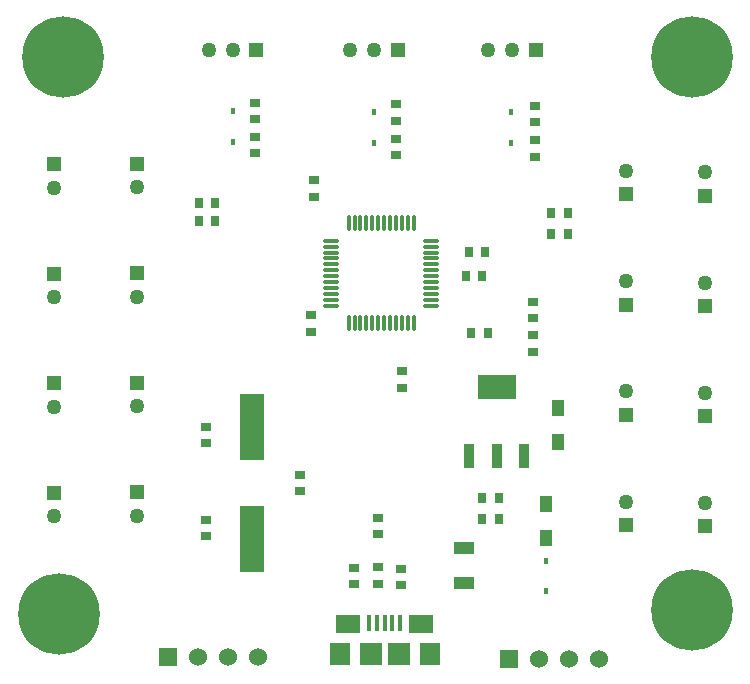
<source format=gbr>
%TF.GenerationSoftware,Altium Limited,Altium Designer,20.0.13 (296)*%
G04 Layer_Color=255*
%FSLAX25Y25*%
%MOIN*%
%TF.FileFunction,Pads,Top*%
%TF.Part,Single*%
G01*
G75*
%TA.AperFunction,SMDPad,CuDef*%
%ADD10R,0.03543X0.02756*%
%ADD11R,0.02756X0.03543*%
%ADD12R,0.08300X0.22000*%
%ADD13R,0.04331X0.05315*%
%ADD14R,0.12795X0.08465*%
%ADD15R,0.03740X0.08465*%
%ADD16O,0.05709X0.01181*%
%ADD17O,0.01181X0.05709*%
%ADD18R,0.01772X0.02165*%
%ADD19R,0.07480X0.07480*%
%ADD20R,0.07087X0.07480*%
%ADD21R,0.08268X0.06299*%
%ADD22R,0.01575X0.05315*%
%ADD23R,0.06693X0.04134*%
%TA.AperFunction,ComponentPad*%
%ADD26C,0.06000*%
%ADD27R,0.06000X0.06000*%
%ADD28C,0.27165*%
%ADD29C,0.05000*%
%ADD30R,0.05000X0.05000*%
%ADD31R,0.05000X0.05000*%
D10*
X455500Y233256D02*
D03*
Y227744D02*
D03*
X491500Y315512D02*
D03*
Y310000D02*
D03*
X455500Y202256D02*
D03*
Y196744D02*
D03*
X521000Y246244D02*
D03*
Y251756D02*
D03*
X490500Y264988D02*
D03*
Y270500D02*
D03*
X564500Y258244D02*
D03*
Y263756D02*
D03*
X513000Y197488D02*
D03*
Y203000D02*
D03*
X505000Y180744D02*
D03*
Y186256D02*
D03*
X513000Y181000D02*
D03*
Y186512D02*
D03*
X520500Y186012D02*
D03*
Y180500D02*
D03*
X565374Y323244D02*
D03*
Y328756D02*
D03*
Y340256D02*
D03*
Y334744D02*
D03*
X519000Y323744D02*
D03*
Y329256D02*
D03*
Y340756D02*
D03*
Y335244D02*
D03*
X472000Y324488D02*
D03*
Y330000D02*
D03*
Y341256D02*
D03*
Y335744D02*
D03*
X487000Y211744D02*
D03*
Y217256D02*
D03*
X564500Y269488D02*
D03*
Y275000D02*
D03*
D11*
X547756Y283500D02*
D03*
X542244D02*
D03*
X549500Y264500D02*
D03*
X543988D02*
D03*
X548756Y291500D02*
D03*
X543244D02*
D03*
X547744Y209500D02*
D03*
X553256D02*
D03*
X547744Y202500D02*
D03*
X553256D02*
D03*
X570744Y297500D02*
D03*
X576256D02*
D03*
X570744Y304500D02*
D03*
X576256D02*
D03*
X458756Y302000D02*
D03*
X453244D02*
D03*
X458756Y308000D02*
D03*
X453244D02*
D03*
D12*
X471000Y233201D02*
D03*
Y195801D02*
D03*
D13*
X573000Y239610D02*
D03*
Y228390D02*
D03*
X569000Y207610D02*
D03*
Y196390D02*
D03*
D14*
X552500Y246417D02*
D03*
D15*
X561555Y223583D02*
D03*
X552500D02*
D03*
X543445D02*
D03*
D16*
X530634Y273673D02*
D03*
Y275642D02*
D03*
Y277610D02*
D03*
Y279579D02*
D03*
Y281547D02*
D03*
Y283516D02*
D03*
Y285484D02*
D03*
Y287453D02*
D03*
Y289421D02*
D03*
Y291390D02*
D03*
Y293358D02*
D03*
Y295327D02*
D03*
X497366D02*
D03*
Y293358D02*
D03*
Y291390D02*
D03*
Y289421D02*
D03*
Y287453D02*
D03*
Y285484D02*
D03*
Y283516D02*
D03*
Y281547D02*
D03*
Y279579D02*
D03*
Y277610D02*
D03*
Y275642D02*
D03*
Y273673D02*
D03*
D17*
X524827Y301134D02*
D03*
X522858D02*
D03*
X520890D02*
D03*
X518921D02*
D03*
X516953D02*
D03*
X514984D02*
D03*
X513016D02*
D03*
X511047D02*
D03*
X509079D02*
D03*
X507110D02*
D03*
X505142D02*
D03*
X503173D02*
D03*
Y267866D02*
D03*
X505142D02*
D03*
X507110D02*
D03*
X509079D02*
D03*
X511047D02*
D03*
X513016D02*
D03*
X514984D02*
D03*
X516953D02*
D03*
X518921D02*
D03*
X520890D02*
D03*
X522858D02*
D03*
X524827D02*
D03*
D18*
X569000Y178500D02*
D03*
Y188736D02*
D03*
X557374Y338118D02*
D03*
Y327882D02*
D03*
X464500Y338618D02*
D03*
Y328382D02*
D03*
X511500Y338118D02*
D03*
Y327882D02*
D03*
D19*
X519949Y157500D02*
D03*
X510500D02*
D03*
D20*
X530185D02*
D03*
X500264D02*
D03*
D21*
X527429Y167539D02*
D03*
X503020D02*
D03*
D22*
X520342Y168032D02*
D03*
X510106D02*
D03*
X512665D02*
D03*
X517783D02*
D03*
X515224D02*
D03*
D23*
X541500Y192807D02*
D03*
Y181193D02*
D03*
D26*
X586500Y156000D02*
D03*
X566500D02*
D03*
X576500D02*
D03*
X473000Y156500D02*
D03*
X453000D02*
D03*
X463000D02*
D03*
D27*
X556500Y156000D02*
D03*
X443000Y156500D02*
D03*
D28*
X617500Y356500D02*
D03*
X408122D02*
D03*
X406500Y171000D02*
D03*
X617500Y172378D02*
D03*
D29*
X432500Y240126D02*
D03*
Y203626D02*
D03*
Y276626D02*
D03*
Y313126D02*
D03*
X405000Y203500D02*
D03*
Y240000D02*
D03*
Y313000D02*
D03*
Y276500D02*
D03*
X557626Y359000D02*
D03*
X549752D02*
D03*
X511626D02*
D03*
X503752D02*
D03*
X464500D02*
D03*
X456626D02*
D03*
X622000Y318083D02*
D03*
Y281374D02*
D03*
X595500Y318665D02*
D03*
Y281874D02*
D03*
Y245083D02*
D03*
X622000Y244665D02*
D03*
X595500Y208291D02*
D03*
X622000Y207957D02*
D03*
D30*
X432500Y248000D02*
D03*
Y211500D02*
D03*
Y284500D02*
D03*
Y321000D02*
D03*
X405000Y211374D02*
D03*
Y247874D02*
D03*
Y320874D02*
D03*
Y284374D02*
D03*
X622000Y310209D02*
D03*
Y273500D02*
D03*
X595500Y310791D02*
D03*
Y274000D02*
D03*
Y237209D02*
D03*
X622000Y236791D02*
D03*
X595500Y200417D02*
D03*
X622000Y200083D02*
D03*
D31*
X565500Y359000D02*
D03*
X519500D02*
D03*
X472374D02*
D03*
%TF.MD5,bfadd0d536def9edc7aad76c7f3bcbfe*%
M02*

</source>
